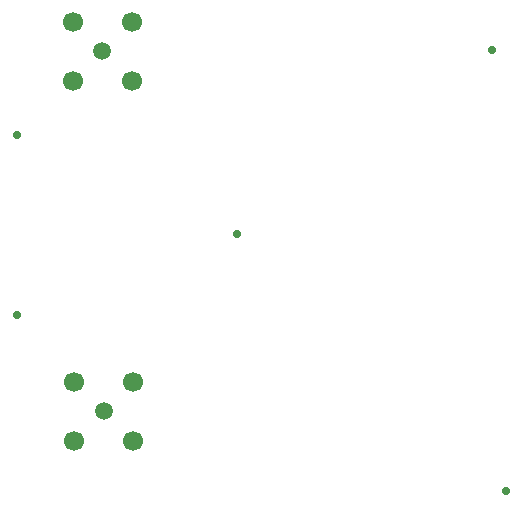
<source format=gbr>
%TF.GenerationSoftware,Altium Limited,Altium Designer,20.1.14 (287)*%
G04 Layer_Color=0*
%FSLAX25Y25*%
%MOIN*%
%TF.SameCoordinates,2C95EE9B-839E-46B1-8C58-6FB4A810CE44*%
%TF.FilePolarity,Positive*%
%TF.FileFunction,Plated,1,2,PTH,Drill*%
%TF.Part,Single*%
G01*
G75*
%TA.AperFunction,ComponentDrill*%
%ADD23C,0.06693*%
%ADD24C,0.05906*%
%TA.AperFunction,ViaDrill,NotFilled*%
%ADD25C,0.02800*%
D23*
X37657Y174343D02*
D03*
X57342Y174343D02*
D03*
X57342Y154657D02*
D03*
X37657Y154657D02*
D03*
X38157Y54343D02*
D03*
X57842Y54343D02*
D03*
X57842Y34657D02*
D03*
X38157Y34657D02*
D03*
D24*
X47500Y164500D02*
D03*
X48000Y44500D02*
D03*
D25*
X19000Y76500D02*
D03*
X19000Y136500D02*
D03*
X182000Y18000D02*
D03*
X177500Y165000D02*
D03*
X92500Y103500D02*
D03*
%TF.MD5,095cfbc7ddc9a1663dd32a9475a129d8*%
M02*

</source>
